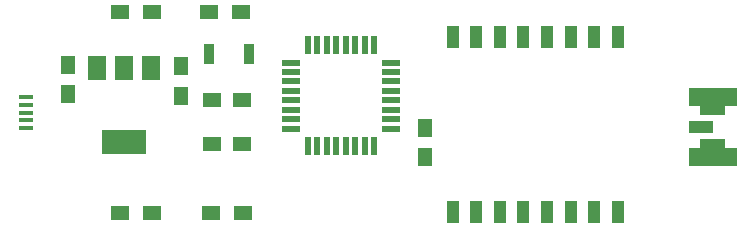
<source format=gtp>
G04 #@! TF.FileFunction,Paste,Top*
%FSLAX46Y46*%
G04 Gerber Fmt 4.6, Leading zero omitted, Abs format (unit mm)*
G04 Created by KiCad (PCBNEW 4.0.7) date Monday, 02 July 2018 'PMt' 22:06:38*
%MOMM*%
%LPD*%
G01*
G04 APERTURE LIST*
%ADD10C,0.100000*%
%ADD11R,1.300000X0.450000*%
%ADD12R,4.064000X1.524000*%
%ADD13R,2.032000X1.016000*%
%ADD14R,1.500000X1.250000*%
%ADD15R,1.250000X1.500000*%
%ADD16R,1.500000X1.300000*%
%ADD17R,0.900000X1.700000*%
%ADD18R,0.550000X1.600000*%
%ADD19R,1.600000X0.550000*%
%ADD20R,1.050000X1.950000*%
%ADD21R,3.800000X2.000000*%
%ADD22R,1.500000X2.000000*%
G04 APERTURE END LIST*
D10*
G36*
X174299600Y-109217400D02*
X173537600Y-109217400D01*
X173537600Y-110182600D01*
X174299600Y-110182600D01*
X174299600Y-109217400D01*
G37*
G36*
X176509400Y-110689000D02*
X174375800Y-110689000D01*
X174375800Y-111501800D01*
X176509400Y-111501800D01*
X176509400Y-110689000D01*
G37*
G36*
X176509400Y-107898200D02*
X174375800Y-107898200D01*
X174375800Y-108711000D01*
X176509400Y-108711000D01*
X176509400Y-107898200D01*
G37*
D11*
X117300000Y-107192000D03*
X117300000Y-107842000D03*
X117300000Y-108492000D03*
X117300000Y-109142000D03*
X117300000Y-109792000D03*
D12*
X175468000Y-112240000D03*
X175468000Y-107160000D03*
D13*
X174452000Y-109700000D03*
D14*
X135595000Y-107442000D03*
X133095000Y-107442000D03*
D15*
X151145000Y-112242000D03*
X151145000Y-109742000D03*
D14*
X135595000Y-111092000D03*
X133095000Y-111092000D03*
D15*
X120845000Y-104442000D03*
X120845000Y-106942000D03*
X130445000Y-107042000D03*
X130445000Y-104542000D03*
D16*
X125300000Y-100000000D03*
X128000000Y-100000000D03*
X125300000Y-117000000D03*
X128000000Y-117000000D03*
X135500000Y-100000000D03*
X132800000Y-100000000D03*
X135700000Y-117000000D03*
X133000000Y-117000000D03*
D17*
X136225000Y-103492000D03*
X132825000Y-103492000D03*
D18*
X141195000Y-111292000D03*
X141995000Y-111292000D03*
X142795000Y-111292000D03*
X143595000Y-111292000D03*
X144395000Y-111292000D03*
X145195000Y-111292000D03*
X145995000Y-111292000D03*
X146795000Y-111292000D03*
D19*
X148245000Y-109842000D03*
X148245000Y-109042000D03*
X148245000Y-108242000D03*
X148245000Y-107442000D03*
X148245000Y-106642000D03*
X148245000Y-105842000D03*
X148245000Y-105042000D03*
X148245000Y-104242000D03*
D18*
X146795000Y-102792000D03*
X145995000Y-102792000D03*
X145195000Y-102792000D03*
X144395000Y-102792000D03*
X143595000Y-102792000D03*
X142795000Y-102792000D03*
X141995000Y-102792000D03*
X141195000Y-102792000D03*
D19*
X139745000Y-104242000D03*
X139745000Y-105042000D03*
X139745000Y-105842000D03*
X139745000Y-106642000D03*
X139745000Y-107442000D03*
X139745000Y-108242000D03*
X139745000Y-109042000D03*
X139745000Y-109842000D03*
D20*
X153445000Y-116892000D03*
X155445000Y-116892000D03*
X157445000Y-116892000D03*
X159445000Y-116892000D03*
X161445000Y-116892000D03*
X163445000Y-116892000D03*
X165445000Y-116892000D03*
X167445000Y-116892000D03*
X167445000Y-102092000D03*
X165445000Y-102092000D03*
X163445000Y-102092000D03*
X161445000Y-102092000D03*
X159445000Y-102092000D03*
X157445000Y-102092000D03*
X155445000Y-102092000D03*
X153445000Y-102092000D03*
D21*
X125645000Y-110992000D03*
D22*
X125645000Y-104692000D03*
X123345000Y-104692000D03*
X127945000Y-104692000D03*
M02*

</source>
